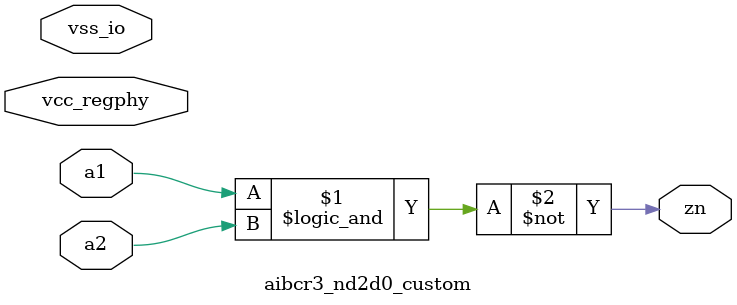
<source format=v>


module aibcr3_nd2d0_custom (zn, a1, a2, vcc_regphy, vss_io );

  output zn;
  input a2;
  input a1;
  input vss_io;
  input vcc_regphy;

  assign zn = ~(a1 && a2) ;

endmodule


</source>
